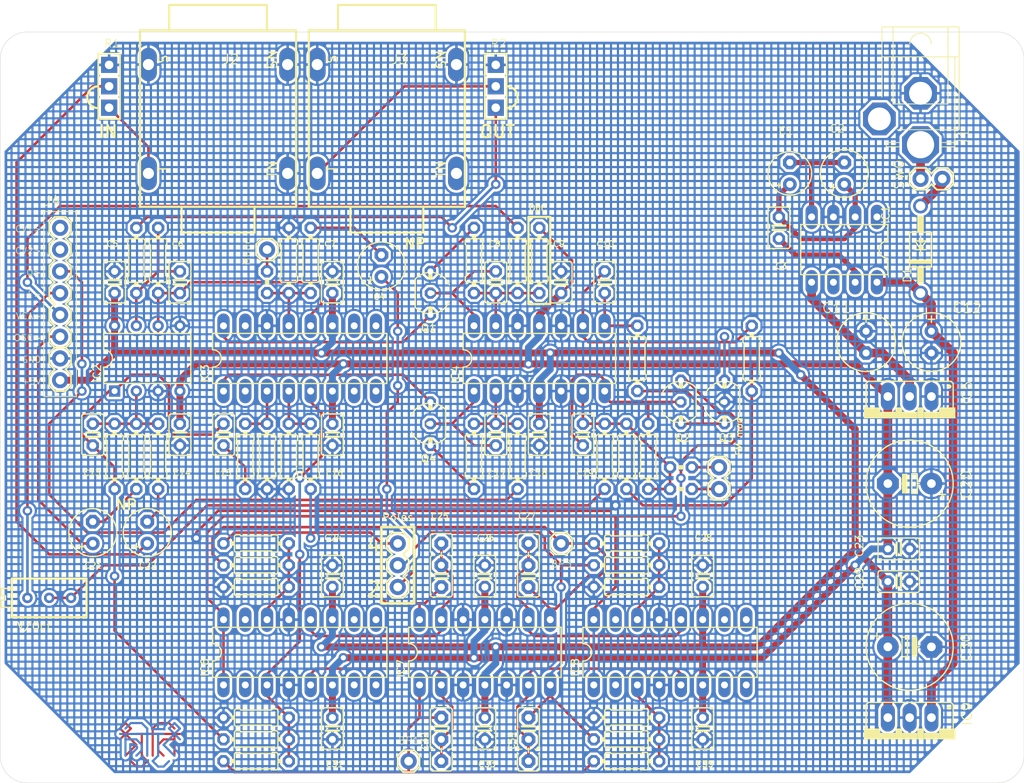
<source format=kicad_pcb>
(kicad_pcb (version 20240108) (generator "pcbnew") (generator_version "8.0")
  (layers (0 "F.Cu" signal) (31 "B.Cu" signal) (34 "B.Paste" user) (35 "F.Paste" user) (36 "B.SilkS" user "B.Silkscreen") (37 "F.SilkS" user "F.Silkscreen") (38 "B.Mask" user) (39 "F.Mask" user) (44 "Edge.Cuts" user))
  (net 0 "")
  (net 1 "GND")
  (net 2 "Net-(C1-Pad-)")
  (net 3 "Net-(C1-Pad+)")
  (net 4 "Net-(C3-Pad2)")
  (net 5 "Net-(C4-Pad-)")
  (net 6 "Net-(C4-Pad+)")
  (net 7 "Net-(IC2B-OUT)")
  (net 8 "Net-(IC2B--IN)")
  (net 9 "Net-(IC4D--IN)")
  (net 10 "Net-(IC4D-OUT)")
  (net 11 "Net-(IC4C--IN)")
  (net 12 "Net-(IC4C-OUT)")
  (net 13 "Net-(C11-Pad-)")
  (net 14 "Net-(C12-Pad+)")
  (net 15 "/MIX")
  (net 16 "Net-(IC2A--IN)")
  (net 17 "Net-(C15-Pad1)")
  (net 18 "Net-(IC4A--IN)")
  (net 19 "Net-(IC4A-OUT)")
  (net 20 "Net-(IC4B-OUT)")
  (net 21 "Net-(IC4B--IN)")
  (net 22 "Net-(C21-Pad-)")
  (net 23 "Net-(C21-Pad+)")
  (net 24 "Net-(C22-Pad-)")
  (net 25 "Net-(C22-Pad+)")
  (net 26 "Net-(IC6C-OUT)")
  (net 27 "/4P")
  (net 28 "Net-(IC7C--IN)")
  (net 29 "Net-(IC7C-OUT)")
  (net 30 "Net-(IC7A-OUT)")
  (net 31 "Net-(IC6A-OUT)")
  (net 32 "Net-(IC7B--IN)")
  (net 33 "/2P")
  (net 34 "Net-(D1-PadA)")
  (net 38 "Net-(IC3A-IN_N)")
  (net 40 "/I_GAIN")
  (net 42 "Net-(IC3A-IN_P)")
  (net 45 "/I_RESO")
  (net 46 "Net-(IC3C-IN_N)")
  (net 47 "VCC")
  (net 48 "Net-(IC3A-OUT)")
  (net 51 "/I_CUTOFF")
  (net 54 "VEE")
  (net 55 "Net-(IC6C-IN_P)")
  (net 61 "Net-(IC8C-IN_P)")
  (net 65 "Net-(IC8A-IN_P)")
  (net 68 "Net-(J1-Pad3)")
  (net 69 "Net-(J2-PadT)")
  (net 71 "Net-(J3-PadT)")
  (net 72 "Net-(R33-A)")
  (net 74 "Net-(J4-Pad2)")
  (net 75 "Net-(J4-Pad4)")
  (net 77 "Net-(J6-Pad1)")
  (net 78 "Net-(J6-Pad2)")
  (net 79 "Net-(JP1-Pad1)")
  (net 80 "Net-(Q1-E)")
  (net 81 "Net-(Q2-E)")
  (net 82 "Net-(Q4-E)")
  (net 83 "Net-(R2-PadE)")
  (net 84 "Net-(R33-E)")
  (footprint "Shruthi-Analog-SMR4-mkII-v02:DIL16" (layer "F.Cu") (at 166.916099 133.5736)
    (property "Reference" "IC8")
    (property "Value" "LM13700N")
  )
  (footprint "Shruthi-Analog-SMR4-mkII-v02:E5-10,5" (layer "F.Cu") (at 194.856099 132.9386)
    (property "Reference" "C30")
    (property "Value" "CPOL-USE5-10.5")
  )
  (footprint "Shruthi-Analog-SMR4-mkII-v02:E2,5-6" (layer "F.Cu") (at 133.261099 88.4886 90)
    (property "Reference" "C4")
    (property "Value" "CPOL-USE2.5-6")
  )
  (footprint "Shruthi-Analog-SMR4-mkII-v02:E5-10,5" (layer "F.Cu") (at 194.856099 113.8886 180)
    (property "Reference" "C20")
    (property "Value" "CPOL-USE5-10.5")
  )
  (footprint "Shruthi-Analog-SMR4-mkII-v02:E2,5-6" (layer "F.Cu") (at 187.236099 77.6936 90)
    (property "Reference" "C2")
    (property "Value" "CPOL-USE2.5-6")
  )
  (footprint "Shruthi-Analog-SMR4-mkII-v02:0204_7" (layer "F.Cu") (at 118.656099 141.1936)
    (property "Reference" "R34" (hide yes))
    (property "Value" "R-US_0204/7")
  )
  (footprint "Shruthi-Analog-SMR4-mkII-v02:DIL16" (layer "F.Cu") (at 123.736099 99.2836)
    (property "Reference" "IC3")
    (property "Value" "LM13700N")
  )
  (footprint "Shruthi-Analog-SMR4-mkII-v02:1X03" (layer "F.Cu") (at 135.166099 125.9536 90)
    (property "Reference" "JP3" (hide yes))
    (property "Value" "M03PTH")
  )
  (footprint "Shruthi-Analog-SMR4-mkII-v02:0204V" (layer "F.Cu") (at 168.186099 114.5236 180)
    (property "Reference" "R26" (hide yes))
    (property "Value" "R-US_0204/2V" (hide yes))
  )
  (footprint "Shruthi-Analog-SMR4-mkII-v02:SPC4078_BIG_HOLES" (layer "F.Cu") (at 196.126099 68.8036 -90)
    (property "Reference" "J1")
    (property "Value" "JACK-PLUG2")
  )
  (footprint "Shruthi-Analog-SMR4-mkII-v02:C025-025X050" (layer "F.Cu") (at 127.546099 108.1736 90)
    (property "Reference" "C16")
    (property "Value" "C-US025-025X050")
  )
  (footprint "Shruthi-Analog-SMR4-mkII-v02:0204_7" (layer "F.Cu") (at 144.056099 110.7136 -90)
    (property "Reference" "R20" (hide yes))
    (property "Value" "R-US_0204/7")
  )
  (footprint "Shruthi-Analog-SMR4-mkII-v02:TO92-" (layer "F.Cu") (at 173.266099 104.3636 90)
    (property "Reference" "Q3")
    (property "Value" "2N3906")
  )
  (footprint "Shruthi-Analog-SMR4-mkII-v02:C025-025X050" (layer "F.Cu") (at 114.846099 108.1736 90)
    (property "Reference" "C15")
    (property "Value" "C-US025-025X050")
  )
  (footprint "Shruthi-Analog-SMR4-mkII-v02:0204_7" (layer "F.Cu") (at 122.466099 110.7136 -90)
    (property "Reference" "R18" (hide yes))
    (property "Value" "R-US_0204/7")
  )
  (footprint "Shruthi-Analog-SMR4-mkII-v02:0204V" (layer "F.Cu") (at 168.186099 111.9836 180)
    (property "Reference" "R25" (hide yes))
    (property "Value" "R-US_0204/2V" (hide yes))
  )
  (footprint "Shruthi-Analog-SMR4-mkII-v02:0204_7" (layer "F.Cu") (at 125.006099 110.7136 -90)
    (property "Reference" "R19" (hide yes))
    (property "Value" "R-US_0204/7")
  )
  (footprint "Shruthi-Analog-SMR4-mkII-v02:TO92-" (layer "F.Cu") (at 138.976099 91.6636 -90)
    (property "Reference" "Q1")
    (property "Value" "2N3906")
  )
  (footprint "Shruthi-Analog-SMR4-mkII-v02:1X06" (layer "F.Cu") (at 95.796099 96.7436 90)
    (property "Reference" "J4")
    (property "Value" "M06SIP")
  )
  (footprint "Shruthi-Analog-SMR4-mkII-v02:C025-025X050" (layer "F.Cu") (at 146.596099 90.3936 90)
    (property "Reference" "C8")
    (property "Value" "C-US025-025X050")
  )
  (footprint "Shruthi-Analog-SMR4-mkII-v02:C2.5_5-2" (layer "F.Cu") (at 140.246099 142.4636 -90)
    (property "Reference" "C32")
    (property "Value" "C-2.5-5/2")
  )
  (footprint "Shruthi-Analog-SMR4-mkII-v02:C025-025X050" (layer "F.Cu") (at 99.606099 108.1736 -90)
    (property "Reference" "C13")
    (property "Value" "C-US025-025X050")
  )
  (footprint "Shruthi-Analog-SMR4-mkII-v02:1X02" (layer "F.Cu") (at 95.796099 99.2836 -90)
    (property "Reference" "J5" (hide yes))
    (property "Value" "M02PTH")
  )
  (footprint "Shruthi-Analog-SMR4-mkII-v02:0204_7" (layer "F.Cu") (at 164.376099 110.7136 90)
    (property "Reference" "R24" (hide yes))
    (property "Value" "R-US_0204/7")
  )
  (footprint "Shruthi-Analog-SMR4-mkII-v02:0204_7" (layer "F.Cu") (at 122.466099 87.8536 -90)
    (property "Reference" "R5" (hide yes))
    (property "Value" "R-US_0204/7")
  )
  (footprint "Shruthi-Analog-SMR4-mkII-v02:C2.5_5-2" (layer "F.Cu") (at 150.406099 124.6836 90)
    (property "Reference" "C27")
    (property "Value" "C-2.5-5/2")
  )
  (footprint "Shruthi-Analog-SMR4-mkII-v02:E2,5-5" (layer "F.Cu") (at 180.886099 77.6936 90)
    (property "Reference" "C1")
    (property "Value" "CPOL-USE2.5-5")
  )
  (footprint "Shruthi-Analog-SMR4-mkII-v02:0204_7" (layer "F.Cu") (at 176.441099 99.2836 90)
    (property "Reference" "R12" (hide yes))
    (property "Value" "R-US_0204/7")
  )
  (footprint "Shruthi-Analog-SMR4-mkII-v02:E2,5-6" (layer "F.Cu") (at 105.956099 119.6036 90)
    (property "Reference" "C22")
    (property "Value" "CPOL-USE2.5-6")
  )
  (footprint "Shruthi-Analog-SMR4-mkII-v02:0204_7" (layer "F.Cu") (at 149.136099 110.7136 90)
    (property "Reference" "R21" (hide yes))
    (property "Value" "R-US_0204/7")
  )
  (footprint "Shruthi-Analog-SMR4-mkII-v02:E2,5-6" (layer "F.Cu") (at 99.606099 119.6036 90)
    (property "Reference" "C21")
    (property "Value" "CPOL-USE2.5-6")
  )
  (footprint "Shruthi-Analog-SMR4-mkII-v02:E2,5-7" (layer "F.Cu") (at 189.776099 97.3786 -90)
    (property "Reference" "C11")
    (property "Value" "CPOL-USE2.5-7")
  )
  (footprint "Shruthi-Analog-SMR4-mkII-v02:NMJ4HC-S" (layer "F.Cu") (at 114.211099 70.0736 90)
    (property "Reference" "J2")
    (property "Value" "MONOSWS" (hide yes))
  )
  (footprint "Shruthi-Analog-SMR4-mkII-v02:0204_7" (layer "F.Cu") (at 118.656099 125.9536)
    (property "Reference" "R31" (hide yes))
    (property "Value" "R-US_0204/7")
  )
  (footprint "Shruthi-Analog-SMR4-mkII-v02:C2.5_5-2" (layer "F.Cu") (at 140.246099 124.6836 90)
    (property "Reference" "C25")
    (property "Value" "C-2.5-5/2")
  )
  (footprint "Shruthi-Analog-SMR4-mkII-v02:CABLE_POT_6MM" (layer "F.Cu") (at 101.511099 67.5336 -90)
    (property "Reference" "R1")
    (property "Value" "POT_USCABLED" (hide yes))
  )
  (footprint "Shruthi-Analog-SMR4-mkII-v02:E2,5-7" (layer "F.Cu") (at 197.396099 97.3786 -90)
    (property "Reference" "C12")
    (property "Value" "CPOL-USE2.5-7")
  )
  (footprint "Shruthi-Analog-SMR4-mkII-v02:0204_7" (layer "F.Cu") (at 144.056099 87.8536 90)
    (property "Reference" "R7" (hide yes))
    (property "Value" "R-US_0204/7")
  )
  (footprint "Shruthi-Analog-SMR4-mkII-v02:0204_7" (layer "F.Cu") (at 161.836099 141.1936)
    (property "Reference" "R35" (hide yes))
    (property "Value" "R-US_0204/7")
  )
  (footprint "Shruthi-Analog-SMR4-mkII-v02:C025-025X050" (layer "F.Cu") (at 179.616099 84.0436 -90)
    (property "Reference" "C3")
    (property "Value" "C-US025-025X050")
  )
  (footprint "Shruthi-Analog-SMR4-mkII-v02:TO92-" (layer "F.Cu") (at 138.976099 106.9036 90)
    (property "Reference" "Q4")
    (property "Value" "2N3906")
  )
  (footprint "Shruthi-Analog-SMR4-mkII-v02:C025-025X050" (layer "F.Cu") (at 102.146099 90.3936 90)
    (property "Reference" "C5")
    (property "Value" "C-US025-025X050")
  )
  (footprint "Shruthi-Analog-SMR4-mkII-v02:1X01" (layer "F.Cu") (at 119.926099 86.5836)
    (property "Reference" "JP1" (hide yes))
    (property "Value" "M01PTH" (hide yes))
  )
  (footprint "Shruthi-Analog-SMR4-mkII-v02:0204_7" (layer "F.Cu") (at 163.106099 99.2836 -90)
    (property "Reference" "R11" (hide yes))
    (property "Value" "R-US_0204/7")
  )
  (footprint "Shruthi-Analog-SMR4-mkII-v02:0204_7" (layer "F.Cu") (at 149.136099 87.8536 -90)
    (property "Reference" "R8" (hide yes))
    (property "Value" "R-US_0204/7")
  )
  (footprint "Shruthi-Analog-SMR4-mkII-v02:C025-025X050" (layer "F.Cu") (at 193.586099 121.5086 180)
    (property "Reference" "C23")
    (property "Value" "C-US025-025X050")
  )
  (footprint "Shruthi-Analog-SMR4-mkII-v02:0204_7" (layer "F.Cu") (at 125.006099 87.8536 90)
    (property "Reference" "R6" (hide yes))
    (property "Value" "R-US_0204/7")
  )
  (footprint "Shruthi-Analog-SMR4-mkII-v02:RTRIM3296X" (layer "F.Cu") (at 94.526099 127.2236 90)
    (property "Reference" "R33" (hide yes))
    (property "Value" "R-TRIMM3296X")
  )
  (footprint "Shruthi-Analog-SMR4-mkII-v02:0204_7" (layer "F.Cu") (at 161.836099 146.2736)
    (property "Reference" "R39" (hide yes))
    (property "Value" "R-US_0204/7")
  )
  (footprint "Shruthi-Analog-SMR4-mkII-v02:0204_7" (layer "F.Cu") (at 102.146099 110.7136 -90)
    (property "Reference" "R13" (hide yes))
    (property "Value" "R-US_0204/7")
  )
  (footprint "Shruthi-Analog-SMR4-mkII-v02:1X01" (layer "F.Cu") (at 136.436099 146.2736)
    (property "Reference" "JP4" (hide yes))
    (property "Value" "M01PTH" (hide yes))
  )
  (footprint "Shruthi-Analog-SMR4-mkII-v02:1X02" (layer "F.Cu") (at 172.631099 114.5236 90)
    (property "Reference" "J6" (hide yes))
    (property "Value" "M02PTH")
  )
  (footprint "Shruthi-Analog-SMR4-mkII-v02:0204_7" (layer "F.Cu") (at 161.836099 123.4136)
    (property "Reference" "R30" (hide yes))
    (property "Value" "R-US_0204/7")
  )
  (footprint "Shruthi-Analog-SMR4-mkII-v02:DIL14" (layer "F.Cu") (at 151.676099 99.2836)
    (property "Reference" "IC4")
    (property "Value" "TL074P")
  )
  (footprint "Shruthi-Analog-SMR4-mkII-v02:0204_7" (layer "F.Cu") (at 104.686099 87.8536 -90)
    (property "Reference" "R3" (hide yes))
    (property "Value" "R-US_0204/7")
  )
  (footprint "Shruthi-Analog-SMR4-mkII-v02:0204_7" (layer "F.Cu") (at 107.226099 110.7136 90)
    (property "Reference" "R15" (hide yes))
    (property "Value" "R-US_0204/7")
  )
  (footprint "Shruthi-Analog-SMR4-mkII-v02:0204_7" (layer "F.Cu") (at 104.686099 110.7136 90)
    (property "Reference" "R14" (hide yes))
    (property "Value" "R-US_0204/7")
  )
  (footprint "Shruthi-Analog-SMR4-mkII-v02:0204_7" (layer "F.Cu") (at 119.926099 110.7136 90)
    (property "Reference" "R17" (hide yes))
    (property "Value" "R-US_0204/7")
  )
  (footprint "Shruthi-Analog-SMR4-mkII-v02:C025-025X050" (layer "F.Cu") (at 159.296099 90.3936 90)
    (property "Reference" "C10")
    (property "Value" "C-US025-025X050")
  )
  (footprint "Shruthi-Analog-SMR4-mkII-v02:0204_7" (layer "F.Cu") (at 161.836099 143.7336 180)
    (property "Reference" "R37" (hide yes))
    (property "Value" "R-US_0204/7")
  )
  (footprint "Shruthi-Analog-SMR4-mkII-v02:0204_7" (layer "F.Cu") (at 107.226099 87.8536 -90)
    (property "Reference" "R4" (hide yes))
    (property "Value" "R-US_0204/7")
  )
  (footprint "Shruthi-Analog-SMR4-mkII-v02:C025-025X050" (layer "F.Cu") (at 170.726099 124.6836 90)
    (property "Reference" "C28")
    (property "Value" "C-US025-025X050")
  )
  (footprint "Shruthi-Analog-SMR4-mkII-v02:C025-025X050" (layer "F.Cu") (at 145.326099 142.4636 -90)
    (property "Reference" "C33")
    (property "Value" "C-US025-025X050")
  )
  (footprint "Shruthi-Analog-SMR4-mkII-v02:C025-025X050" (layer "F.Cu") (at 151.676099 108.1736 -90)
    (property "Reference" "C18")
    (property "Value" "C-US025-025X050")
  )
  (footprint "Shruthi-Analog-SMR4-mkII-v02:1X02" (layer "F.Cu") (at 196.126099 78.3286)
    (property "Reference" "SW0")
    (property "Value" "M02PTH")
  )
  (footprint "Shruthi-Analog-SMR4-mkII-v02:C025-025X050" (layer "F.Cu") (at 109.766099 90.3936 90)
    (property "Reference" "C6")
    (property "Value" "C-US025-025X050")
  )
  (footprint "Shruthi-Analog-SMR4-mkII-v02:C2.5_5-2" (layer "F.Cu") (at 150.406099 142.4636 -90)
    (property "Reference" "C34")
    (property "Value" "C-2.5-5/2")
  )
  (footprint "Shruthi-Analog-SMR4-mkII-v02:C025-025X050" (layer "F.Cu") (at 109.766099 108.1736 90)
    (property "Reference" "C14")
    (property "Value" "C-US025-025X050")
  )
  (footprint "Shruthi-Analog-SMR4-mkII-v02:C025-025X050" (layer "F.Cu") (at 170.726099 142.4636 90)
    (property "Reference" "C35")
    (property "Value" "C-US025-025X050")
  )
  (footprint "Shruthi-Analog-SMR4-mkII-v02:C025-025X050" (layer "F.Cu") (at 146.596099 108.1736 -90)
    (property "Reference" "C17")
    (property "Value" "C-US025-025X050")
  )
  (footprint "Shruthi-Analog-SMR4-mkII-v02:TO92-" (layer "F.Cu") (at 168.186099 104.3636 90)
    (property "Reference" "Q2")
    (property "Value" "2N3906" (hide yes))
  )
  (footprint "Shruthi-Analog-SMR4-mkII-v02:DO41-10" (layer "F.Cu") (at 196.126099 86.5836 90)
    (property "Reference" "D1")
    (property "Value" "1N4001")
  )
  (footprint "Shruthi-Analog-SMR4-mkII-v02:0204_7" (layer "F.Cu") (at 161.836099 125.9536)
    (property "Reference" "R32" (hide yes))
    (property "Value" "R-US_0204/7")
  )
  (footprint "Shruthi-Analog-SMR4-mkII-v02:C025-025X050" (layer "F.Cu") (at 156.756099 108.1736 -90)
    (property "Reference" "C19")
    (property "Value" "C-US025-025X050")
  )
  (footprint "Shruthi-Analog-SMR4-mkII-v02:C025-025X050" (layer "F.Cu") (at 145.326099 124.6836 -90)
    (property "Reference" "C26")
    (property "Value" "C-US025-025X050")
  )
  (footprint "Shruthi-Analog-SMR4-mkII-v02:C025-025X050" (layer "F.Cu") (at 127.546099 90.3936 90)
    (property "Reference" "C7")
    (property "Value" "C-US025-025X050")
  )
  (footprint "Shruthi-Analog-SMR4-mkII-v02:C025-025X050" (layer "F.Cu") (at 154.216099 90.3936 -90)
    (property "Reference" "C9")
    (property "Value" "C-US025-025X050")
  )
  (footprint "Shruthi-Analog-SMR4-mkII-v02:0204_7" (layer "F.Cu") (at 118.656099 123.4136)
    (property "Reference" "R29" (hide yes))
    (property "Value" "R-US_0204/7")
  )
  (footprint "Shruthi-Analog-SMR4-mkII-v02:C025-025X050" (layer "F.Cu") (at 193.586099 125.3186)
    (property "Reference" "C29")
    (property "Value" "C-US025-025X050")
  )
  (footprint "Shruthi-Analog-SMR4-mkII-v02:DIL16" (layer "F.Cu") (at 123.736099 133.5736)
    (property "Reference" "IC6")
    (property "Value" "LM13700N")
  )
  (footprint "Shruthi-Analog-SMR4-mkII-v02:79XXS" (layer "F.Cu") (at 194.856099 106.2686 180)
    (property "Reference" "IC5")
    (property "Value" "79XXS")
  )
  (footprint "Shruthi-Analog-SMR4-mkII-v02:0204_7" (layer "F.Cu") (at 117.386099 110.7136 -90)
    (property "Reference" "R16" (hide yes))
    (property "Value" "R-US_0204/7")
  )
  (footprint "Shruthi-Analog-SMR4-mkII-v02:C025-025X050" (layer "F.Cu") (at 127.546099 124.6836 90)
    (property "Reference" "C24")
    (property "Value" "C-US025-025X050")
  )
  (footprint "Shruthi-Analog-SMR4-mkII-v02:0204_7" (layer "F.Cu") (at 151.676099 87.8536 -90)
    (property "Reference" "R9" (hide yes))
    (property "Value" "R-US_0204/7")
  )
  (footprint "Shruthi-Analog-SMR4-mkII-v02:0204_7" (layer "F.Cu") (at 118.656099 120.8736 180)
    (property "Reference" "R27" (hide yes))
    (property "Value" "R-US_0204/7")
  )
  (footprint "Shruthi-Analog-SMR4-mkII-v02:NMJ4HC-S" (layer "F.Cu") (at 133.896099 70.0736 90)
    (property "Reference" "J3")
    (property "Value" "MONOSWS" (hide yes))
  )
  (footprint "Shruthi-Analog-SMR4-mkII-v02:DIL08" (layer "F.Cu") (at 105.956099 99.2836)
    (property "Reference" "IC2")
    (property "Value" "TL072P")
  )
  (footprint "Shruthi-Analog-SMR4-mkII-v02:DIL08" (layer "F.Cu") (at 187.236099 86.5836 180)
    (property "Reference" "IC1")
    (property "Value" "DIL8")
  )
  (footprint "Shruthi-Analog-SMR4-mkII-v02:1X01" (layer "F.Cu") (at 154.216099 120.8736)
    (property "Reference" "JP2" (hide yes))
    (property "Value" "M01PTH" (hide yes))
  )
  (footprint "Shruthi-Analog-SMR4-mkII-v02:C025-025X050" (layer "F.Cu") (at 127.546099 142.4636 90)
    (property "Reference" "C31")
    (property "Value" "C-US025-025X050")
  )
  (footprint "Shruthi-Analog-SMR4-mkII-v02:0204_7" (layer "F.Cu") (at 118.656099 143.7336)
    (property "Reference" "R36" (hide yes))
    (property "Value" "R-US_0204/7")
  )
  (footprint "Shruthi-Analog-SMR4-mkII-v02:78XXS" (layer "F.Cu") (at 194.856099 143.7336 180)
    (property "Reference" "IC9")
    (property "Value" "78XXS")
  )
  (footprint "Shruthi-Analog-SMR4-mkII-v02:0204_7" (layer "F.Cu") (at 161.836099 120.8736 180)
    (property "Reference" "R28" (hide yes))
    (property "Value" "R-US_0204/7")
  )
  (footprint "Shruthi-Analog-SMR4-mkII-v02:0204_7" (layer "F.Cu") (at 161.836099 110.7136 90)
    (property "Reference" "R23" (hide yes))
    (property "Value" "R-US_0204/7")
  )
  (footprint "Shruthi-Analog-SMR4-mkII-v02:0204_7" (layer "F.Cu") (at 118.656099 146.2736 180)
    (property "Reference" "R38" (hide yes))
    (property "Value" "R-US_0204/7")
  )
  (footprint "Shruthi-Analog-SMR4-mkII-v02:DIL14" (layer "F.Cu") (at 145.326099 133.5736)
    (property "Reference" "IC7")
    (property "Value" "TL074P")
  )
  (footprint "Shruthi-Analog-SMR4-mkII-v02:0204_7" (layer "F.Cu") (at 159.296099 110.7136 90)
    (property "Reference" "R22" (hide yes))
    (property "Value" "R-US_0204/7")
  )
  (footprint "Shruthi-Analog-SMR4-mkII-v02:CABLE_POT_6MM" (layer "F.Cu") (at 146.596099 67.5336 -90)
    (property "Reference" "R2")
    (property "Value" "POT_USCABLED" (hide yes))
  )
  (footprint "Shruthi-Analog-SMR4-mkII-v02:0204V" (layer "F.Cu") (at 119.926099 90.3936 -90)
    (property "Reference" "R10" (hide yes))
    (property "Value" "R-US_0204/2V" (hide yes))
  )
  (gr_arc (start 147.866099 67.5336) (mid 148.764125 67.905574) (end 149.136099 68.8036) (stroke (width 0.254)) (layer "F.SilkS"))
  (gr_arc (start 100.241099 70.0736) (mid 99.343073 69.701626) (end 98.971099 68.8036) (stroke (width 0.254)) (layer "F.SilkS"))
  (gr_line (start 150.406099 82.7736) (end 150.406099 92.9336) (stroke (width 0.254)) (layer "F.SilkS"))
  (gr_line (start 137.071099 118.9686) (end 133.261099 118.9686) (stroke (width 0.3048)) (layer "F.SilkS"))
  (gr_line (start 133.261099 127.8586) (end 137.071099 127.8586) (stroke (width 0.3048)) (layer "F.SilkS"))
  (gr_line (start 137.071099 127.8586) (end 137.071099 118.9686) (stroke (width 0.3048)) (layer "F.SilkS"))
  (gr_line (start 97.701099 103.7286) (end 93.891099 103.7286) (stroke (width 0.1016)) (layer "F.SilkS"))
  (gr_arc (start 149.136099 68.8036) (mid 148.764125 69.701626) (end 147.866099 70.0736) (stroke (width 0.254)) (layer "F.SilkS"))
  (gr_line (start 97.701099 82.1386) (end 97.701099 103.7286) (stroke (width 0.1016)) (layer "F.SilkS"))
  (gr_line (start 133.261099 118.9686) (end 133.261099 127.8586) (stroke (width 0.3048)) (layer "F.SilkS"))
  (gr_line (start 150.406099 92.9336) (end 152.946099 92.9336) (stroke (width 0.254)) (layer "F.SilkS"))
  (gr_arc (start 98.971099 68.8036) (mid 99.343073 67.905574) (end 100.241099 67.5336) (stroke (width 0.254)) (layer "F.SilkS"))
  (gr_line (start 152.946099 92.9336) (end 152.946099 82.7736) (stroke (width 0.254)) (layer "F.SilkS"))
  (gr_line (start 93.891099 82.1386) (end 97.701099 82.1386) (stroke (width 0.1016)) (layer "F.SilkS"))
  (gr_line (start 152.946099 82.7736) (end 150.406099 82.7736) (stroke (width 0.254)) (layer "F.SilkS"))
  (gr_line (start 93.891099 103.7286) (end 93.891099 82.1386) (stroke (width 0.1016)) (layer "F.SilkS"))
  (gr_line (start 205.026099 61.1936) (end 91.976099 61.1936) (stroke (width 0.05)) (layer "Edge.Cuts"))
  (gr_arc (start 88.811099 64.3586) (mid 89.738106 62.120607) (end 91.976099 61.1936) (stroke (width 0.05)) (layer "Edge.Cuts"))
  (gr_line (start 88.811099 64.3586) (end 88.811099 145.6386) (stroke (width 0.05)) (layer "Edge.Cuts"))
  (gr_line (start 91.986099 148.8136) (end 205.016099 148.8136) (stroke (width 0.05)) (layer "Edge.Cuts"))
  (gr_arc (start 208.1911 145.638599) (mid 207.261164 147.883664) (end 205.016099 148.8136) (stroke (width 0.05)) (layer "Edge.Cuts"))
  (gr_arc (start 205.026099 61.1936) (mid 207.264092 62.120607) (end 208.191099 64.3586) (stroke (width 0.05)) (layer "Edge.Cuts"))
  (gr_line (start 208.191099 145.6386) (end 208.191099 64.3586) (stroke (width 0.05)) (layer "Edge.Cuts"))
  (gr_arc (start 91.9861 148.813599) (mid 89.741036 147.883664) (end 88.811099 145.6386) (stroke (width 0.05)) (layer "Edge.Cuts"))
  (gr_text "F>" (at 91.974013 91.3588 0) (layer "F.SilkS") (effects (font (size 0.747776 0.747776) (thickness 0.065024)) (justify left top)))
  (gr_text "NP" (at 135.801099 86.5836 0) (layer "F.SilkS") (effects (font (size 1.20904 1.20904) (thickness 0.21336)) (justify left bottom)))
  (gr_text "+5V" (at 91.261845 101.5188 0) (layer "F.SilkS") (effects (font (size 0.747776 0.747776) (thickness 0.065024)) (justify left top)))
  (gr_text "OUT" (at 144.59545 71.9786 0) (layer "F.SilkS") (effects (font (size 1.42494 1.42494) (thickness 0.25146)) (justify left top)))
  (gr_text "Mode" (at 118.021099 88.4886 90) (layer "F.SilkS") (effects (font (size 0.841248 0.841248) (thickness 0.073152)) (justify left bottom)))
  (gr_text "4" (at 131.356099 122.1436 0) (layer "F.SilkS") (effects (font (size 1.698752 1.698752) (thickness 0.231648)) (justify left bottom)))
  (gr_text "CV2>" (at 90.514069 86.2788 0) (layer "F.SilkS") (effects (font (size 0.747776 0.747776) (thickness 0.065024)) (justify left top)))
  (gr_text "IN" (at 100.14037 71.9786 0) (layer "F.SilkS") (effects (font (size 1.42494 1.42494) (thickness 0.25146)) (justify left top)))
  (gr_text "V/Oct" (at 90.716099 131.0336 0) (layer "F.SilkS") (effects (font (size 0.89408 0.89408) (thickness 0.12192)) (justify left bottom)))
  (gr_text "Q>" (at 91.83158 88.8188 0) (layer "F.SilkS") (effects (font (size 0.747776 0.747776) (thickness 0.065024)) (justify left top)))
  (gr_text "GND" (at 91.261846 98.9788 0) (layer "F.SilkS") (effects (font (size 0.747776 0.747776) (thickness 0.065024)) (justify left top)))
  (gr_text "BP1" (at 135.166099 144.3686 0) (layer "F.SilkS") (effects (font (size 0.841248 0.841248) (thickness 0.073152)) (justify left bottom)))
  (gr_text "FM mod" (at 174.536099 110.7136 90) (layer "F.SilkS") (effects (font (size 0.75565 0.75565) (thickness 0.13335)) (justify left top)))
  (gr_text "NP" (at 102.146099 117.0636 0) (layer "F.SilkS") (effects (font (size 1.20904 1.20904) (thickness 0.21336)) (justify left bottom)))
  (gr_text "VCA>" (at 90.585286 93.8988 0) (layer "F.SilkS") (effects (font (size 0.747776 0.747776) (thickness 0.065024)) (justify left top)))
  (gr_text "Poles" (at 133.261099 118.3336 0) (layer "F.SilkS") (effects (font (size 0.89408 0.89408) (thickness 0.12192)) (justify left bottom)))
  (gr_text "OSC>" (at 90.371636 96.4388 0) (layer "F.SilkS") (effects (font (size 0.747776 0.747776) (thickness 0.065024)) (justify left top)))
  (gr_text "2" (at 131.356099 127.2236 0) (layer "F.SilkS") (effects (font (size 1.698752 1.698752) (thickness 0.231648)) (justify left bottom)))
  (gr_text "CV1>" (at 90.514069 83.7388 0) (layer "F.SilkS") (effects (font (size 0.747776 0.747776) (thickness 0.065024)) (justify left top)))
  (gr_text "BP3" (at 152.951208 122.7786 0) (layer "F.SilkS") (effects (font (size 0.841248 0.841248) (thickness 0.073152)) (justify left top)))
  (gr_text "Opt." (at 150.406099 82.1386 0) (layer "F.SilkS") (effects (font (size 0.69088 0.69088) (thickness 0.12192)) (justify left bottom)))
  (segment (start 105.321099 145.6386) (end 105.321099 143.0986) (width 0.254) (layer "F.Cu") (net 0))
  (segment (start 102.781099 143.7336) (end 104.051099 142.4636) (width 0.254) (layer "F.Cu") (net 0))
  (segment (start 105.321099 143.0986) (end 106.591099 143.0986) (width 0.254) (layer "F.Cu") (net 0))
  (segment (start 109.131099 143.0986) (end 109.766099 143.0986) (width 0.254) (layer "F.Cu") (net 0))
  (segment (start 107.226099 145.0036) (end 107.861099 145.6386) (width 0.254) (layer "F.Cu") (net 0))
  (segment (start 106.591099 143.0986) (end 109.131099 143.0986) (width 0.254) (layer "F.Cu") (net 0))
  (segment (start 106.591099 142.4636) (end 107.226099 141.8286) (width 0.254) (layer "F.Cu") (net 0))
  (segment (start 104.686099 144.3686) (end 103.416099 145.6386) (width 0.254) (layer "F.Cu") (net 0))
  (segment (start 104.686099 146.9086) (end 105.321099 146.9086) (width 0.254) (layer "F.Cu") (net 0))
  (segment (start 104.051099 146.2736) (end 104.686099 146.9086) (width 0.254) (layer "F.Cu") (net 0))
  (segment (start 107.226099 144.3686) (end 107.226099 145.0036) (width 0.254) (layer "F.Cu") (net 0))
  (segment (start 107.861099 143.7336) (end 107.226099 144.3686) (width 0.254) (layer "F.Cu") (net 0))
  (segment (start 105.956099 146.2736) (end 105.321099 145.6386) (width 0.254) (layer "F.Cu") (net 0))
  (segment (start 108.496099 141.8286) (end 109.131099 142.4636) (width 0.254) (layer "F.Cu") (net 0))
  (segment (start 105.321099 146.9086) (end 105.956099 146.2736) (width 0.254) (layer "F.Cu") (net 0))
  (segment (start 106.591099 143.0986) (end 106.591099 142.4636) (width 0.254) (layer "F.Cu") (net 0))
  (segment (start 109.131099 143.7336) (end 109.131099 145.6386) (width 0.254) (layer "F.Cu") (net 0))
  (segment (start 102.781099 142.4636) (end 104.686099 144.3686) (width 0.254) (layer "F.Cu") (net 0))
  (segment (start 105.321099 143.0986) (end 104.686099 143.0986) (width 0.254) (layer "F.Cu") (net 0))
  (segment (start 103.416099 141.8286) (end 102.781099 142.4636) (width 0.254) (layer "F.Cu") (net 0))
  (segment (start 107.226099 141.8286) (end 108.496099 141.8286) (width 0.254) (layer "F.Cu") (net 0))
  (segment (start 104.051099 142.4636) (end 103.416099 141.8286) (width 0.254) (layer "F.Cu") (net 0))
  (segment (start 109.131099 143.0986) (end 109.131099 143.7336) (width 0.254) (layer "F.Cu") (net 0))
  (segment (start 109.131099 143.7336) (end 107.861099 143.7336) (width 0.254) (layer "F.Cu") (net 0))
  (segment (start 106.591099 143.0986) (end 106.591099 145.6386) (width 0.254) (layer "F.Cu") (net 0))
  (segment (start 104.686099 143.7336) (end 105.321099 144.3686) (width 0.254) (layer "B.Cu") (net 0))
  (segment (start 106.591099 146.2736) (end 107.226099 146.9086) (width 0.254) (layer "B.Cu") (net 0))
  (segment (start 102.781099 143.0986) (end 103.416099 143.0986) (width 0.254) (layer "B.Cu") (net 0))
  (segment (start 105.956099 142.4636) (end 105.321099 141.8286) (width 0.254) (layer "B.Cu") (net 0))
  (segment (start 105.956099 143.0986) (end 107.226099 143.0986) (width 0.254) (layer "B.Cu") (net 0))
  (segment (start 108.496099 142.4636) (end 109.766099 143.7336) (width 0.254) (layer "B.Cu") (net 0))
  (segment (start 107.226099 143.0986) (end 107.226099 145.6386) (width 0.254) (layer "B.Cu") (net 0))
  (segment (start 103.416099 143.7336) (end 103.416099 145.6386) (width 0.254) (layer "B.Cu") (net 0))
  (segment (start 107.226099 146.9086) (end 107.861099 146.9086) (width 0.254) (layer "B.Cu") (net 0))
  (segment (start 105.956099 143.0986) (end 105.956099 145.6386) (width 0.254) (layer "B.Cu") (net 0))
  (segment (start 105.956099 143.0986) (end 105.956099 142.4636) (width 0.254) (layer "B.Cu") (net 0))
  (segment (start 109.766099 142.4636) (end 109.131099 141.8286) (width 0.254) (layer "B.Cu") (net 0))
  (segment (start 105.321099 141.8286) (end 104.051099 141.8286) (width 0.254) (layer "B.Cu") (net 0))
  (segment (start 107.226099 145.6386) (end 106.591099 146.2736) (width 0.254) (layer "B.Cu") (net 0))
  (segment (start 103.416099 143.0986) (end 105.956099 143.0986) (width 0.254) (layer "B.Cu") (net 0))
  (segment (start 107.861099 144.3686) (end 109.766099 142.4636) (width 0.254) (layer "B.Cu") (net 0))
  (segment (start 104.051099 141.8286) (end 103.416099 142.4636) (width 0.254) (layer "B.Cu") (net 0))
  (segment (start 103.416099 143.7336) (end 104.686099 143.7336) (width 0.254) (layer "B.Cu") (net 0))
  (segment (start 109.131099 141.8286) (end 108.496099 142.4636) (width 0.254) (layer "B.Cu") (net 0))
  (segment (start 107.861099 144.3686) (end 109.131099 145.6386) (width 0.254) (layer "B.Cu") (net 0))
  (segment (start 107.861099 146.9086) (end 108.496099 146.2736) (width 0.254) (layer "B.Cu") (net 0))
  (segment (start 107.226099 143.0986) (end 107.861099 143.0986) (width 0.254) (layer "B.Cu") (net 0))
  (segment (start 103.416099 143.0986) (end 103.416099 143.7336) (width 0.254) (layer "B.Cu") (net 0))
  (segment (start 105.321099 145.0036) (end 104.686099 145.6386) (width 0.254) (layer "B.Cu") (net 0))
  (segment (start 105.321099 144.3686) (end 105.321099 145.0036) (width 0.254) (layer "B.Cu") (net 0))
  (segment (start 159.931099 117.0636) (end 160.566099 116.4286) (width 0.3048) (layer "F.Cu") (net 1))
  (segment (start 111.671099 119.6036) (end 114.211099 117.0636) (width 0.3048) (layer "F.Cu") (net 1))
  (segment (start 114.211099 117.0636) (end 159.931099 117.0636) (width 0.3048) (layer "F.Cu") (net 1))
  (segment (start 111.671099 120.2386) (end 111.671099 119.6036) (width 0.3048) (layer "F.Cu") (net 1))
  (via (at 111.671099 120.2386) (size 1.108) (drill 0.6) (layers "F.Cu" "B.Cu") (net 1))
  (via (at 160.566099 116.4286) (size 1.108) (drill 0.6) (layers "F.Cu" "B.Cu") (net 1))
  (segment (start 183.426099 76.4236) (end 180.886099 76.4236) (width 0.6096) (layer "F.Cu") (net 2))
  (segment (start 183.426099 82.7736) (end 183.426099 76.4236) (width 0.6096) (layer "F.Cu") (net 2))
  (segment (start 183.426099 76.4236) (end 187.236099 76.4236) (width 0.6096) (layer "F.Cu") (net 2))
  (segment (start 188.506099 80.2336) (end 187.236099 78.9636) (width 0.6096) (layer "F.Cu") (net 3))
  (segment (start 188.506099 82.7736) (end 188.506099 80.2336) (width 0.6096) (layer "F.Cu") (net 3))
  (segment (start 182.156099 85.3136) (end 187.236099 85.3136) (width 0.6096) (layer "F.Cu") (net 3))
  (segment (start 179.616099 80.2336) (end 180.886099 78.9636) (width 0.6096) (layer "F.Cu") (net 3))
  (segment (start 179.616099 82.7736) (end 182.156099 85.3136) (width 0.6096) (layer "F.Cu") (net 3))
  (segment (start 179.616099 82.7736) (end 179.616099 80.2336) (width 0.6096) (layer "F.Cu") (net 3))
  (segment (start 188.506099 84.0436) (end 188.506099 82.7736) (width 0.6096) (layer "F.Cu") (net 3))
  (segment (start 187.236099 85.3136) (end 188.506099 84.0436) (width 0.6096) (layer "F.Cu") (net 3))
  (segment (start 181.521099 87.2186) (end 186.601099 87.2186) (width 0.6096) (layer "F.Cu") (net 4))
  (segment (start 181.521099 87.2186) (end 179.616099 85.3136) (width 0.6096) (layer "F.Cu") (net 4))
  (segment (start 186.601099 87.2186) (end 188.506099 89.1236) (width 0.6096) (layer "F.Cu") (net 4))
  (segment (start 188.506099 89.1236) (end 188.506099 90.3936) (width 0.6096) (layer "F.Cu") (net 4))
  (segment (start 130.086099 84.0436) (end 133.261099 87.2186) (width 0.3048) (layer "F.Cu") (net 5))
  (segment (start 125.006099 84.0436) (end 130.086099 84.0436) (width 0.3048) (layer "F.Cu") (net 5))
  (segment (start 135.166099 104.3636) (end 135.166099 102.4586) (width 0.3048) (layer "F.Cu") (net 6))
  (segment (start 135.166099 96.1086) (end 135.166099 91.6636) (width 0.3048) (layer "F.Cu") (net 6))
  (segment (start 135.166099 91.6636) (end 133.261099 89.7586) (width 0.3048) (layer "F.Cu") (net 6))
  (segment (start 133.896099 114.5236) (end 133.896099 105.6336) (width 0.3048) (layer "F.Cu") (net 6))
  (segment (start 133.896099 105.6336) (end 135.166099 104.3636) (width 0.3048) (layer "F.Cu") (net 6))
  (via (at 135.166099 96.1086) (size 1.108) (drill 0.6) (layers "F.Cu" "B.Cu") (net 6))
  (via (at 135.166099 102.4586) (size 1.108) (drill 0.6) (layers "F.Cu" "B.Cu") (net 6))
  (via (at 133.896099 114.5236) (size 1.108) (drill 0.6) (layers "F.Cu" "B.Cu") (net 6))
  (segment (start 137.071099 120.2386) (end 133.896099 117.0636) (width 0.3048) (layer "B.Cu") (net 6))
  (segment (start 135.166099 102.4586) (end 135.166099 96.1086) (width 0.3048) (layer "B.Cu") (net 6))
  (segment (start 135.166099 123.4136) (end 135.801099 123.4136) (width 0.3048) (layer "B.Cu") (net 6))
  (segment (start 133.896099 117.0636) (end 133.896099 114.5236) (width 0.3048) (layer "B.Cu") (net 6))
  (segment (start 135.801099 123.4136) (end 137.071099 122.1436) (width 0.3048) (layer "B.Cu") (net 6))
  (segment (start 137.071099 122.1436) (end 137.071099 120.2386) (width 0.3048) (layer "B.Cu") (net 6))
  (segment (start 104.686099 95.4736) (end 104.686099 91.6636) (width 0.3048) (layer "F.Cu") (net 7))
  (segment (start 107.226099 89.1236) (end 107.226099 84.0436) (width 0.3048) (layer "F.Cu") (net 7))
  (segment (start 104.686099 91.6636) (end 107.226099 89.1236) (width 0.3048) (layer "F.Cu") (net 7))
  (segment (start 107.226099 89.1236) (end 109.766099 89.1236) (width 0.3048) (layer "F.Cu") (net 7))
  (segment (start 107.226099 91.6636) (end 109.766099 91.6636) (width 0.3048) (layer "F.Cu") (net 8))
  (segment (start 107.226099 95.4736) (end 107.226099 96.1086) (width 0.3048) (layer "F.Cu") (net 8))
  (segment (start 125.641099 90.3936) (end 126.276099 91.0286) (width 0.3048) (layer "F.Cu") (net 8))
  (segment (start 126.276099 92.9336) (end 125.006099 94.2036) (width 0.3048) (layer "F.Cu") (net 8))
  (segment (start 126.276099 91.0286) (end 126.276099 92.9336) (width 0.3048) (layer "F.Cu") (net 8))
  (segment (start 107.226099 95.4736) (end 107.226099 91.6636) (width 0.3048) (layer "F.Cu") (net 8))
  (segment (start 111.036099 90.3936) (end 125.641099 90.3936) (width 0.3048) (layer "F.Cu") (net 8))
  (segment (start 125.006099 94.2036) (end 125.006099 95.4736) (width 0.3048) (layer "F.Cu") (net 8))
  (segment (start 109.766099 91.6636) (end 111.036099 90.3936) (width 0.3048) (layer "F.Cu") (net 8))
  (segment (start 146.596099 91.6636) (end 144.056099 91.6636) (width 0.3048) (layer "F.Cu") (net 9))
  (segment (start 149.136099 91.6636) (end 151.676099 91.6636) (width 0.3048) (layer "F.Cu") (net 9))
  (segment (start 146.596099 91.6636) (end 149.136099 91.6636) (width 0.3048) (layer "F.Cu") (net 9))
  (segment (start 146.596099 95.4736) (end 146.596099 91.6636) (width 0.3048) (layer "F.Cu") (net 9))
  (segment (start 144.056099 89.1236) (end 146.596099 89.1236) (width 0.3048) (layer "F.Cu") (net 10))
  (segment (start 141.516099 91.6636) (end 144.056099 89.1236) (width 0.3048) (layer "F.Cu") (net 10))
  (segment (start 144.056099 95.4736) (end 144.056099 94.2036) (width 0.3048) (layer "F.Cu") (net 10))
  (segment (start 141.516099 91.6636) (end 138.976099 91.6636) (width 0.3048) (layer "F.Cu") (net 10))
  (segment (start 144.056099 94.2036) (end 141.516099 91.6636) (width 0.3048) (layer "F.Cu") (net 10))
  (segment (start 157.391099 97.3786) (end 156.756099 96.7436) (width 0.3048) (layer "F.Cu") (net 11))
  (segment (start 157.391099 97.3786) (end 173.266099 97.3786) (width 0.3048) (layer "F.Cu") (net 11))
  (segment (start 156.756099 96.7436) (end 156.756099 95.4736) (width 0.3048) (layer "F.Cu") (net 11))
  (segment (start 156.756099 91.6636) (end 159.296099 89.1236) (width 0.3048) (layer "F.Cu") (net 11))
  (segment (start 156.756099 95.4736) (end 156.756099 91.6636) (width 0.3048) (layer "F.Cu") (net 11))
  (segment (start 173.266099 97.3786) (end 173.266099 96.7436) (width 0.3048) (layer "F.Cu") (net 11))
  (segment (start 174.536099 97.3786) (end 176.441099 95.4736) (width 0.3048) (layer "F.Cu") (net 11))
  (segment (start 173.266099 97.3786) (end 174.536099 97.3786) (width 0.3048) (layer "F.Cu") (net 11))
  (via (at 173.266099 96.7436) (size 1.108) (drill 0.6) (layers "F.Cu" "B.Cu") (net 11))
  (segment (start 173.266099 96.7436) (end 173.266099 101.8236) (width 0.3048) (layer "B.Cu") (net 11))
  (segment (start 159.296099 95.4736) (end 159.296099 91.6636) (width 0.3048) (layer "F.Cu") (net 12))
  (segment (start 159.296099 95.4736) (end 163.106099 95.4736) (width 0.3048) (layer "F.Cu") (net 12))
  (segment (start 189.776099 98.6486) (end 191.681099 98.6486) (width 1.016) (layer "F.Cu") (net 13))
  (segment (start 183.426099 92.2986) (end 183.426099 90.3936) (width 1.016) (layer "F.Cu") (net 13))
  (segment (start 191.681099 98.6486) (end 194.856099 101.8236) (width 1.016) (layer "F.Cu") (net 13))
  (segment (start 194.856099 101.8236) (end 194.856099 103.7286) (width 1.016) (layer "F.Cu") (net 13))
  (segment (start 183.426099 92.2986) (end 189.776099 98.6486) (width 1.016) (layer "F.Cu") (net 13))
  (segment (start 197.396099 96.1086) (end 197.396099 92.9336) (width 1.016) (layer "F.Cu") (net 14))
  (segment (start 197.396099 92.9336) (end 196.126099 91.6636) (width 1.016) (layer "F.Cu") (net 14))
  (segment (start 199.936099 134.8436) (end 199.936099 98.6486) (width 1.016) (layer "F.Cu") (net 14))
  (segment (start 197.396099 141.1936) (end 197.396099 137.3836) (width 1.016) (layer "F.Cu") (net 14))
  (segment (start 196.126099 91.6636) (end 194.856099 90.3936) (width 1.016) (layer "F.Cu") (net 14))
  (segment (start 194.856099 90.3936) (end 191.046099 90.3936) (width 1.016) (layer "F.Cu") (net 14))
  (segment (start 199.936099 98.6486) (end 197.396099 96.1086) (width 1.016) (layer "F.Cu") (net 14))
  (segment (start 197.396099 137.3836) (end 199.936099 134.8436) (width 1.016) (layer "F.Cu") (net 14))
  (segment (start 102.146099 103.0936) (end 104.051099 101.1886) (width 0.3048) (layer "F.Cu") (net 15))
  (segment (start 101.511099 103.0936) (end 102.146099 103.0936) (width 0.3048) (layer "F.Cu") (net 15))
  (segment (start 114.846099 143.7336) (end 102.146099 131.0336) (width 0.3048) (layer "F.Cu") (net 15))
  (segment (start 102.146099 111.9836) (end 99.606099 109.4436) (width 0.3048) (layer "F.Cu") (net 15))
  (segment (start 99.606099 109.4436) (end 98.336099 108.1736) (width 0.3048) (layer "F.Cu") (net 15))
  (segment (start 109.131099 108.1736) (end 113.576099 108.1736) (width 0.3048) (layer "F.Cu") (net 15))
  (segment (start 108.496099 102.4586) (end 108.496099 107.5386) (width 0.3048) (layer "F.Cu") (net 15))
  (segment (start 107.226099 101.1886) (end 108.496099 102.4586) (width 0.3048) (layer "F.Cu") (net 15))
  (segment (start 102.146099 114.5236) (end 102.146099 111.9836) (width 0.3048) (layer "F.Cu") (net 15))
  (segment (start 98.336099 108.1736) (end 98.336099 106.2686) (width 0.3048) (layer "F.Cu") (net 15))
  (segment (start 113.576099 108.1736) (end 114.846099 106.9036) (width 0.3048) (layer "F.Cu") (net 15))
  (segment (start 108.496099 107.5386) (end 109.131099 108.1736) (width 0.3048) (layer "F.Cu") (net 15))
  (segment (start 98.336099 106.2686) (end 101.511099 103.0936) (width 0.3048) (layer "F.Cu") (net 15))
  (segment (start 102.146099 131.0336) (end 102.146099 124.6836) (width 0.3048) (layer "F.Cu") (net 15))
  (segment (start 104.051099 101.1886) (end 107.226099 101.1886) (width 0.3048) (layer "F.Cu") (net 15))
  (via (at 102.146099 124.6836) (size 1.108) (drill 0.6) (layers "F.Cu" "B.Cu") (net 15))
  (segment (start 102.146099 124.6836) (end 102.146099 114.5236) (width 0.3048) (layer "B.Cu") (net 15))
  (segment (start 104.686099 106.9036) (end 107.226099 106.9036) (width 0.3048) (layer "F.Cu") (net 16))
  (segment (start 102.146099 106.9036) (end 104.686099 106.9036) (width 0.3048) (layer "F.Cu") (net 16))
  (segment (start 104.686099 106.9036) (end 104.686099 103.0936) (width 0.3048) (layer "F.Cu") (net 16))
  (segment (start 99.606099 106.9036) (end 102.146099 106.9036) (width 0.3048) (layer "F.Cu") (net 16))
  (segment (start 117.386099 114.5236) (end 117.386099 111.9836) (width 0.3048) (layer "F.Cu") (net 17))
  (segment (start 117.386099 111.9836) (end 114.846099 109.4436) (width 0.3048) (layer "F.Cu") (net 17))
  (segment (start 144.056099 106.9036) (end 146.596099 106.9036) (width 0.3048) (layer "F.Cu") (net 18))
  (segment (start 146.596099 106.9036) (end 146.596099 103.0936) (width 0.3048) (layer "F.Cu") (net 18))
  (segment (start 146.596099 106.9036) (end 149.136099 106.9036) (width 0.3048) (layer "F.Cu") (net 18))
  (segment (start 144.056099 109.4436) (end 146.596099 109.4436) (width 0.3048) (layer "F.Cu") (net 19))
  (segment (start 141.516099 106.9036) (end 144.056099 109.4436) (width 0.3048) (layer "F.Cu") (net 19))
  (segment (start 138.976099 106.9036) (end 141.516099 106.9036) (width 0.3048) (layer "F.Cu") (net 19))
  (segment (start 141.516099 106.9036) (end 144.056099 104.3636) (width 0.3048) (layer "F.Cu") (net 19))
  (segment (start 144.056099 104.3636) (end 144.056099 103.0936) (width 0.3048) (layer "F.Cu") (net 19))
  (segment (start 164.376099 104.3636) (end 164.376099 106.9036) (width 0.3048) (layer "F.Cu") (net 20))
  (segment (start 155.486099 108.1736) (end 156.756099 109.4436) (width 0.3048) (layer "F.Cu") (net 20))
  (segment (start 158.661099 101.1886) (end 159.296099 101.8236) (width 0.3048) (layer "F.Cu") (net 20))
  (segment (start 159.296099 103.0936) (end 159.296099 103.7286) (width 0.3048) (layer "F.Cu") (net 20))
  (segment (start 155.486099 101.8236) (end 156.121099 101.1886) (width 0.3048) (layer "F.Cu") (net 20))
  (segment (start 156.121099 101.1886) (end 158.661099 101.1886) (width 0.3048) (layer "F.Cu") (net 20))
  (segment (start 159.931099 104.3636) (end 164.376099 104.3636) (width 0.3048) (layer "F.Cu") (net 20))
  (segment (start 155.486099 108.1736) (end 155.486099 101.8236) (width 0.3048) (layer "F.Cu") (net 20))
  (segment (start 164.376099 104.3636) (end 168.186099 104.3636) (width 0.3048) (layer "F.Cu") (net 20))
  (segment (start 159.296099 101.8236) (end 159.296099 103.0936) (width 0.3048) (layer "F.Cu") (net 20))
  (segment (start 159.296099 103.7286) (end 159.931099 104.3636) (width 0.3048) (layer "F.Cu") (net 20))
  (segment (start 156.756099 106.9036) (end 156.756099 103.0936) (width 0.3048) (layer "F.Cu") (net 21))
  (segment (start 166.916099 111.9836) (end 166.916099 114.5236) (width 0.3048) (layer "F.Cu") (net 21))
  (segment (start 161.836099 106.9036) (end 166.916099 111.9836) (width 0.3048) (layer "F.Cu") (net 21))
  (segment (start 159.296099 106.9036) (end 161.836099 106.9036) (width 0.3048) (layer "F.Cu") (net 21))
  (segment (start 166.916099 114.5236) (end 164.376099 114.5236) (width 0.3048) (layer "F.Cu") (net 21))
  (segment (start 156.756099 106.9036) (end 159.296099 106.9036) (width 0.3048) (layer "F.Cu") (net 21))
  (segment (start 99.606099 118.3336) (end 100.876099 118.3336) (width 0.3048) (layer "F.Cu") (net 22))
  (segment (start 100.876099 118.3336) (end 104.686099 114.5236) (width 0.3048) (layer "F.Cu") (net 22))
  (segment (start 93.256099 98.0136) (end 94.526099 96.7436) (width 0.3048) (layer "F.Cu") (net 23))
  (segment (start 99.606099 120.8736) (end 98.336099 120.8736) (width 0.3048) (layer "F.Cu") (net 23))
  (segment (start 93.256099 115.7936) (end 93.256099 98.0136) (width 0.3048) (layer "F.Cu") (net 23))
  (segment (start 94.526099 96.7436) (end 95.796099 96.7436) (width 0.3048) (layer "F.Cu") (net 23))
  (segment (start 98.336099 120.8736) (end 93.256099 115.7936) (width 0.3048) (layer "F.Cu") (net 23))
  (segment (start 105.956099 118.3336) (end 107.226099 117.0636) (width 0.3048) (layer "F.Cu") (net 24))
  (segment (start 107.226099 117.0636) (end 107.226099 114.5236) (width 0.3048) (layer "F.Cu") (net 24))
  (segment (start 94.526099 122.1436) (end 104.686099 122.1436) (width 0.3048) (layer "F.Cu") (net 25))
  (segment (start 90.716099 118.3336) (end 94.526099 122.1436) (width 0.3048) (layer "F.Cu") (net 25))
  (segment (start 99.606099 67.5336) (end 101.511099 67.5336) (width 0.3048) (layer "F.Cu") (net 25))
  (segment (start 90.716099 118.3336) (end 90.716099 76.4236) (width 0.3048) (layer "F.Cu") (net 25))
  (segment (start 104.686099 122.1436) (end 105.956099 120.8736) (width 0.3048) (layer "F.Cu") (net 25))
  (segment (start 90.716099 76.4236) (end 99.606099 67.5336) (width 0.3048) (layer "F.Cu") (net 25))
  (segment (start 140.246099 131.0336) (end 140.246099 129.7636) (width 0.3048) (layer "F.Cu") (net 26))
  (segment (start 140.246099 123.4136) (end 140.246099 120.8736) (width 0.3048) (layer "F.Cu") (net 26))
  (segment (start 125.641099 131.6686) (end 139.611099 131.6686) (width 0.3048) (layer "F.Cu") (net 26))
  (segment (start 125.641099 131.6686) (end 125.006099 131.0336) (width 0.3048) (layer "F.Cu") (net 26))
  (segment (start 125.006099 131.0336) (end 125.006099 129.7636) (width 0.3048) (layer "F.Cu") (net 26))
  (segment (start 141.516099 124.6836) (end 140.246099 123.4136) (width 0.3048) (layer "F.Cu") (net 26))
  (segment (start 140.246099 128.4936) (end 141.516099 127.2236) (width 0.3048) (layer "F.Cu") (net 26))
  (segment (start 140.246099 129.7636) (end 140.246099 128.4936) (width 0.3048) (layer "F.Cu") (net 26))
  (segment (start 141.516099 127.2236) (end 141.516099 124.6836) (width 0.3048) (layer "F.Cu") (net 26))
  (segment (start 139.611099 131.6686) (end 140.246099 131.0336) (width 0.3048) (layer "F.Cu") (net 26))
  (segment (start 137.706099 127.8586) (end 138.341099 127.8586) (width 0.3048) (layer "F.Cu") (net 27))
  (segment (start 116.116099 119.6036) (end 125.006099 119.6036) (width 0.3048) (layer "F.Cu") (net 27))
  (segment (start 133.261099 120.8736) (end 135.166099 120.8736) (width 0.3048) (layer "F.Cu") (net 27))
  (segment (start 133.896099 127.8586) (end 137.706099 127.8586) (width 0.3048) (layer "F.Cu") (net 27))
  (segment (start 125.006099 119.6036) (end 131.991099 119.6036) (width 0.3048) (layer "F.Cu") (net 27))
  (segment (start 137.706099 127.8586) (end 137.706099 129.7636) (width 0.3048) (layer "F.Cu") (net 27))
  (segment (start 133.261099 127.2236) (end 133.896099 127.8586) (width 0.3048) (layer "F.Cu") (net 27))
  (segment (start 131.991099 119.6036) (end 133.261099 120.8736) (width 0.3048) (layer "F.Cu") (net 27))
  (segment (start 114.846099 120.8736) (end 116.116099 119.6036) (width 0.3048) (layer "F.Cu") (net 27))
  (segment (start 125.006099 119.6036) (end 125.006099 120.2386) (width 0.3048) (layer "F.Cu") (net 27))
  (segment (start 133.261099 120.8736) (end 133.261099 127.2236) (width 0.3048) (layer "F.Cu") (net 27))
  (segment (start 138.341099 127.8586) (end 140.246099 125.9536) (width 0.3048) (layer "F.Cu") (net 27))
  (via (at 125.006099 120.2386) (size 1.108) (drill 0.6) (layers "F.Cu" "B.Cu") (net 27))
  (segment (start 125.006099 120.2386) (end 125.006099 114.5236) (width 0.3048) (layer "B.Cu") (net 27))
  (segment (start 150.406099 131.0336) (end 151.041099 131.6686) (width 0.3048) (layer "F.Cu") (net 28))
  (segment (start 149.136099 127.2236) (end 149.136099 124.6836) (width 0.3048) (layer "F.Cu") (net 28))
  (segment (start 150.406099 129.7636) (end 150.406099 128.4936) (width 0.3048) (layer "F.Cu") (net 28))
  (segment (start 168.186099 131.0336) (end 168.186099 129.7636) (width 0.3048) (layer "F.Cu") (net 28))
  (segment (start 150.406099 131.0336) (end 150.406099 129.7636) (width 0.3048) (layer "F.Cu") (net 28))
  (segment (start 150.406099 123.4136) (end 150.406099 120.8736) (width 0.3048) (layer "F.Cu") (net 28))
  (segment (start 167.551099 131.6686) (end 168.186099 131.0336) (width 0.3048) (layer "F.Cu") (net 28))
  (segment (start 150.406099 128.4936) (end 149.136099 127.2236) (width 0.3048) (layer "F.Cu") (net 28))
  (segment (start 149.136099 124.6836) (end 150.406099 123.4136) (width 0.3048) (layer "F.Cu") (net 28))
  (segment (start 151.041099 131.6686) (end 167.551099 131.6686) (width 0.3048) (layer "F.Cu") (net 28))
  (segment (start 114.846099 123.4136) (end 113.576099 122.1436) (width 0.3048) (layer "F.Cu") (net 29))
  (segment (start 158.661099 124.6836) (end 157.391099 124.6836) (width 0.3048) (layer "F.Cu") (net 29))
  (segment (start 114.846099 118.9686) (end 152.311099 118.9686) (width 0.3048) (layer "F.Cu") (net 29))
  (segment (start 158.026099 120.8736) (end 159.296099 122.1436) (width 0.3048) (layer "F.Cu") (net 29))
  (segment (start 152.311099 118.9686) (end 154.216099 120.8736) (width 0.3048) (layer "F.Cu") (net 29))
  (segment (start 113.576099 120.2386) (end 114.846099 118.9686) (width 0.3048) (layer "F.Cu") (net 29))
  (segment (start 157.391099 124.6836) (end 153.581099 128.4936) (width 0.3048) (layer "F.Cu") (net 29))
  (segment (start 159.296099 124.0486) (end 158.661099 124.6836) (width 0.3048) (layer "F.Cu") (net 29))
  (segment (start 152.946099 128.4936) (end 150.406099 125.9536) (width 0.3048) (layer "F.Cu") (net 29))
  (segment (start 113.576099 122.1436) (end 113.576099 120.2386) (width 0.3048) (layer "F.Cu") (net 29))
  (segment (start 154.216099 120.8736) (end 158.026099 120.8736) (width 0.3048) (layer "F.Cu") (net 29))
  (segment (start 153.581099 128.4936) (end 152.946099 128.4936) (width 0.3048) (layer "F.Cu") (net 29))
  (segment (start 152.946099 128.4936) (end 152.946099 129.7636) (width 0.3048) (layer "F.Cu") (net 29))
  (segment (start 159.296099 122.1436) (end 159.296099 124.0486) (width 0.3048) (layer "F.Cu") (net 29))
  (segment (start 136.436099 147.5436) (end 156.756099 147.5436) (width 0.3048) (layer "F.Cu") (net 30))
  (segment (start 137.706099 141.1936) (end 137.706099 137.3836) (width 0.3048) (layer "F.Cu") (net 30))
  (segment (start 114.846099 146.2736) (end 116.116099 147.5436) (width 0.3048) (layer "F.Cu") (net 30))
  (segment (start 156.756099 147.5436) (end 158.026099 146.2736) (width 0.3048) (layer "F.Cu") (net 30))
  (segment (start 137.706099 141.1936) (end 140.246099 141.1936) (width 0.3048) (layer "F.Cu") (net 30))
  (segment (start 136.436099 147.5436) (end 136.436099 146.2736) (width 0.3048) (layer "F.Cu") (net 30))
  (segment (start 136.436099 146.2736) (end 136.436099 142.4636) (width 0.3048) (layer "F.Cu") (net 30))
  (segment (start 116.116099 147.5436) (end 136.436099 147.5436) (width 0.3048) (layer "F.Cu") (net 30))
  (segment (start 136.436099 142.4636) (end 137.706099 141.1936) (width 0.3048) (layer "F.Cu") (net 30))
  (segment (start 140.246099 136.1136) (end 140.246099 137.3836) (width 0.3048) (layer "F.Cu") (net 31))
  (segment (start 140.246099 137.3836) (end 140.246099 138.6536) (width 0.3048) (layer "F.Cu") (net 31))
  (segment (start 125.006099 136.1136) (end 125.641099 135.4786) (width 0.3048) (layer "F.Cu") (net 31))
  (segment (start 125.641099 135.4786) (end 139.611099 135.4786) (width 0.3048) (layer "F.Cu") (net 31))
  (segment (start 140.246099 138.6536) (end 141.516099 139.9236) (width 0.3048) (layer "F.Cu") (net 31))
  (segment (start 141.516099 142.4636) (end 140.246099 143.7336) (width 0.3048) (layer "F.Cu") (net 31))
  (segment (start 125.006099 137.3836) (end 125.006099 136.1136) (width 0.3048) (layer "F.Cu") (net 31))
  (segment (start 141.516099 139.9236) (end 141.516099 142.4636) (width 0.3048) (layer "F.Cu") (net 31))
  (segment (start 139.611099 135.4786) (end 140.246099 136.1136) (width 0.3048) (layer "F.Cu") (net 31))
  (segment (start 140.246099 143.7336) (end 140.246099 146.2736) (width 0.3048) (layer "F.Cu") (net 31))
  (segment (start 149.136099 139.9236) (end 150.406099 138.6536) (width 0.3048) (layer "F.Cu") (net 32))
  (segment (start 167.551099 135.4786) (end 168.186099 136.1136) (width 0.3048) (layer "F.Cu") (net 32))
  (segment (start 150.406099 146.2736) (end 150.406099 143.7336) (width 0.3048) (layer "F.Cu") (net 32))
  (segment (start 150.406099 136.1136) (end 151.041099 135.4786) (width 0.3048) (layer "F.Cu") (net 32))
  (segment (start 151.041099 135.4786) (end 167.551099 135.4786) (width 0.3048) (layer "F.Cu") (net 32))
  (segment (start 149.136099 142.4636) (end 149.136099 139.9236) (width 0.3048) (layer "F.Cu") (net 32))
  (segment (start 150.406099 137.3836) (end 150.406099 136.1136) (width 0.3048) (layer "F.Cu") (net 32))
  (segment (start 150.406099 143.7336) (end 149.136099 142.4636) (width 0.3048) (layer "F.Cu") (net 32))
  (segment (start 168.186099 136.1136) (end 168.186099 137.3836) (width 0.3048) (layer "F.Cu") (net 32))
  (segment (start 150.406099 138.6536) (end 150.406099 137.3836) (width 0.3048) (layer "F.Cu") (net 32))
  (segment (start 152.946099 138.6536) (end 152.946099 137.3836) (width 0.3048) (layer "F.Cu") (net 33))
  (segment (start 152.946099 138.6536) (end 158.026099 143.7336) (width 0.3048) (layer "F.Cu") (net 33))
  (segment (start 152.311099 120.2386) (end 151.676099 119.6036) (width 0.3048) (layer "F.Cu") (net 33))
  (segment (start 138.976099 119.6036) (end 137.071099 121.5086) (width 0.3048) (layer "F.Cu") (net 33))
  (segment (start 154.216099 125.9536) (end 154.216099 123.4136) (width 0.3048) (layer "F.Cu") (net 33))
  (segment (start 154.216099 123.4136) (end 158.026099 123.4136) (width 0.3048) (layer "F.Cu") (net 33))
  (segment (start 137.071099 124.0486) (end 135.166099 125.9536) (width 0.3048) (layer "F.Cu") (net 33))
  (segment (start 150.406099 141.1936) (end 152.946099 138.6536) (width 0.3048) (layer "F.Cu") (net 33))
  (segment (start 152.311099 121.5086) (end 152.311099 120.2386) (width 0.3048) (layer "F.Cu") (net 33))
  (segment (start 154.216099 123.4136) (end 152.311099 121.5086) (width 0.3048) (layer "F.Cu") (net 33))
  (segment (start 137.071099 121.5086) (end 137.071099 124.0486) (width 0.3048) (layer "F.Cu") (net 33))
  (segment (start 151.676099 119.6036) (end 138.976099 119.6036) (width 0.3048) (layer "F.Cu") (net 33))
  (via (at 154.216099 125.9536) (size 1.108) (drill 0.6) (layers "F.Cu" "B.Cu") (net 33))
  (segment (start 154.216099 134.8436) (end 154.216099 125.9536) (width 0.3048) (layer "B.Cu") (net 33))
  (segment (start 152.946099 137.3836) (end 152.946099 136.1136) (width 0.3048) (layer "B.Cu") (net 33))
  (segment (start 152.946099 136.1136) (end 154.216099 134.8436) (width 0.3048) (layer "B.Cu") (net 33))
  (segment (start 196.126099 81.5036) (end 198.666099 78.9636) (width 1.016) (layer "F.Cu") (net 34))
  (segment (start 198.666099 78.9636) (end 198.666099 78.3286) (width 1.016) (layer "F.Cu") (net 34))
  (segment (start 122.466099 106.9036) (end 122.466099 103.0936) (width 0.3048) (layer "F.Cu") (net 38))
  (segment (start 122.466099 106.9036) (end 125.006099 106.9036) (width 0.3048) (layer "F.Cu") (net 38))
  (segment (start 115.481099 97.3786) (end 135.801099 97.3786) (width 0.3048) (layer "F.Cu") (net 40))
  (segment (start 115.481099 97.3786) (end 114.846099 96.7436) (width 0.3048) (layer "F.Cu") (net 40))
  (segment (start 135.801099 97.3786) (end 138.976099 94.2036) (width 0.3048) (layer "F.Cu") (net 40))
  (segment (start 114.846099 96.7436) (end 114.846099 95.4736) (width 0.3048) (layer "F.Cu") (net 40))
  (segment (start 117.386099 106.9036) (end 119.926099 106.9036) (width 0.3048) (layer "F.Cu") (net 42))
  (segment (start 119.926099 106.9036) (end 119.926099 103.0936) (width 0.3048) (layer "F.Cu") (net 42))
  (segment (start 114.846099 101.8236) (end 115.481099 101.1886) (width 0.3048) (layer "F.Cu") (net 45))
  (segment (start 135.801099 101.1886) (end 138.976099 104.3636) (width 0.3048) (layer "F.Cu") (net 45))
  (segment (start 115.481099 101.1886) (end 135.801099 101.1886) (width 0.3048) (layer "F.Cu") (net 45))
  (segment (start 114.846099 103.0936) (end 114.846099 101.8236) (width 0.3048) (layer "F.Cu") (net 45))
  (segment (start 122.466099 91.6636) (end 125.006099 91.6636) (width 0.3048) (layer "F.Cu") (net 46))
  (segment (start 122.466099 95.4736) (end 122.466099 91.6636) (width 0.3048) (layer "F.Cu") (net 46))
  (segment (start 122.466099 91.6636) (end 119.926099 91.6636) (width 0.3048) (layer "F.Cu") (net 46))
  (segment (start 102.146099 98.6486) (end 98.971099 101.8236) (width 0.8128) (layer "F.Cu") (net 47))
  (segment (start 179.616099 98.6486) (end 152.946099 98.6486) (width 0.8128) (layer "F.Cu") (net 47))
  (segment (start 127.546099 129.7636) (end 127.546099 125.9536) (width 0.8128) (layer "F.Cu") (net 47))
  (segment (start 126.276099 132.9386) (end 146.596099 132.9386) (width 0.8128) (layer "F.Cu") (net 47))
  (segment (start 145.326099 137.3836) (end 145.326099 141.1936) (width 0.8128) (layer "F.Cu") (net 47))
  (segment (start 170.726099 129.7636) (end 170.726099 125.9536) (width 0.8128) (layer "F.Cu") (net 47))
  (segment (start 98.971099 101.8236) (end 95.796099 101.8236) (width 0.8128) (layer "F.Cu") (net 47))
  (segment (start 152.946099 98.6486) (end 126.276099 98.6486) (width 0.8128) (layer "F.Cu") (net 47))
  (segment (start 146.596099 132.9386) (end 170.726099 132.9386) (width 0.8128) (layer "F.Cu") (net 47))
  (segment (start 188.506099 121.5086) (end 188.506099 107.5386) (width 0.8128) (layer "F.Cu") (net 47))
  (segment (start 170.726099 132.9386) (end 177.076099 132.9386) (width 0.8128) (layer "F.Cu") (net 47))
  (segment (start 192.316099 132.9386) (end 192.316099 141.1936) (width 1.016) (layer "F.Cu") (net 47))
  (segment (start 188.506099 107.5386) (end 182.156099 101.1886) (width 0.8128) (layer "F.Cu") (net 47))
  (segment (start 126.276099 98.6486) (end 102.146099 98.6486) (width 0.8128) (layer "F.Cu") (net 47))
  (segment (start 177.076099 132.9386) (end 188.506099 121.5086) (width 0.8128) (layer "F.Cu") (net 47))
  (segment (start 188.506099 121.5086) (end 192.316099 125.3186) (width 0.8128) (layer "F.Cu") (net 47))
  (segment (start 170.726099 132.9386) (end 170.726099 129.7636) (width 0.8128) (layer "F.Cu") (net 47))
  (segment (start 102.146099 95.4736) (end 102.146099 91.6636) (width 0.8128) (layer "F.Cu") (net 47))
  (segment (start 127.546099 95.4736) (end 127.546099 91.6636) (width 0.8128) (layer "F.Cu") (net 47))
  (segment (start 102.146099 98.6486) (end 102.146099 95.4736) (width 0.8128) (layer "F.Cu") (net 47))
  (segment (start 151.676099 103.0936) (end 151.676099 106.9036) (width 0.8128) (layer "F.Cu") (net 47))
  (segment (start 192.316099 125.3186) (end 192.316099 132.9386) (width 1.016) (layer "F.Cu") (net 47))
  (via (at 152.946099 98.6486) (size 1.108) (drill 0.6) (layers "F.Cu" "B.Cu") (net 47))
  (via (at 126.276099 98.6486) (size 1.108) (drill 0.6) (layers "F.Cu" "B.Cu") (net 47))
  (via (at 179.616099 98.6486) (size 1.108) (drill 0.6) (layers "F.Cu" "B.Cu") (net 47))
  (via (at 182.156099 101.1886) (size 1.108) (drill 0.6) (layers "F.Cu" "B.Cu") (net 47))
  (via (at 126.276099 132.9386) (size 1.108) (drill 0.6) (layers "F.Cu" "B.Cu") (net 47))
  (via (at 146.596099 132.9386) (size 1.108) (drill 0.6) (layers "F.Cu" "B.Cu") (net 47))
  (segment (start 146.596099 132.9386) (end 146.596099 134.8436) (width 0.8128) (layer "B.Cu") (net 47))
  (segment (start 146.596099 134.8436) (end 145.326099 136.1136) (width 0.8128) (layer "B.Cu") (net 47))
  (segment (start 145.326099 136.1136) (end 145.326099 137.3836) (width 0.8128) (layer "B.Cu") (net 47))
  (segment (start 182.156099 101.1886) (end 179.616099 98.6486) (width 0.8128) (layer "B.Cu") (net 47))
  (segment (start 152.946099 100.5536) (end 151.676099 101.8236) (width 0.8128) (layer "B.Cu") (net 47))
  (segment (start 127.546099 131.6686) (end 127.546099 129.7636) (width 0.8128) (layer "B.Cu") (net 47))
  (segment (start 152.946099 98.6486) (end 152.946099 100.5536) (width 0.8128) (layer "B.Cu") (net 47))
  (segment (start 126.276099 132.9386) (end 127.546099 131.6686) (width 0.8128) (layer "B.Cu") (net 47))
  (segment (start 151.676099 101.8236) (end 151.676099 103.0936) (width 0.8128) (layer "B.Cu") (net 47))
  (segment (start 126.276099 98.6486) (end 127.546099 97.3786) (width 0.8128) (layer "B.Cu") (net 47))
  (segment (start 127.546099 97.3786) (end 127.546099 95.4736) (width 0.8128) (layer "B.Cu") (net 47))
  (segment (start 122.466099 143.7336) (end 122.466099 141.1936) (width 0.3048) (layer "F.Cu") (net 48))
  (segment (start 119.926099 138.6536) (end 119.926099 137.3836) (width 0.3048) (layer "F.Cu") (net 48))
  (segment (start 122.466099 146.2736) (end 122.466099 143.7336) (width 0.3048) (layer "F.Cu") (net 48))
  (segment (start 122.466099 141.1936) (end 119.926099 138.6536) (width 0.3048) (layer "F.Cu") (net 48))
  (segment (start 123.736099 132.3036) (end 123.736099 122.1436) (width 0.3048) (layer "F.Cu") (net 48))
  (segment (start 126.276099 105.6336) (end 125.006099 104.3636) (width 0.3048) (layer "F.Cu") (net 48))
  (segment (start 119.926099 136.1136) (end 123.736099 132.3036) (width 0.3048) (layer "F.Cu") (net 48))
  (segment (start 119.926099 137.3836) (end 119.926099 136.1136) (width 0.3048) (layer "F.Cu") (net 48))
  (segment (start 126.276099 110.7136) (end 126.276099 105.6336) (width 0.3048) (layer "F.Cu") (net 48))
  (segment (start 125.006099 104.3636) (end 125.006099 103.0936) (width 0.3048) (layer "F.Cu") (net 48))
  (segment (start 123.736099 113.2536) (end 126.276099 110.7136) (width 0.3048) (layer "F.Cu") (net 48))
  (via (at 123.736099 113.2536) (size 1.108) (drill 0.6) (layers "F.Cu" "B.Cu") (net 48))
  (via (at 123.736099 122.1436) (size 1.108) (drill 0.6) (layers "F.Cu" "B.Cu") (net 48))
  (segment (start 123.736099 122.1436) (end 123.736099 113.2536) (width 0.3048) (layer "B.Cu") (net 48))
  (segment (start 173.901099 105.6336) (end 172.631099 105.6336) (width 0.3048) (layer "F.Cu") (net 51))
  (segment (start 168.186099 111.3486) (end 170.091099 109.4436) (width 0.3048) (layer "F.Cu") (net 51))
  (segment (start 175.171099 108.1736) (end 175.171099 106.9036) (width 0.3048) (layer "F.Cu") (net 51))
  (segment (start 160.566099 117.6986) (end 168.186099 117.6986) (width 0.3048) (layer "F.Cu") (net 51))
  (segment (start 172.631099 105.6336) (end 168.821099 101.8236) (width 0.3048) (layer "F.Cu") (net 51))
  (segment (start 175.171099 106.9036) (end 173.901099 105.6336) (width 0.3048) (layer "F.Cu") (net 51))
  (segment (start 112.941099 127.2236) (end 112.941099 119.6036) (width 0.3048) (layer "F.Cu") (net 51))
  (segment (start 112.941099 119.6036) (end 114.846099 117.6986) (width 0.3048) (layer "F.Cu") (net 51))
  (segment (start 168.821099 101.8236) (end 168.186099 101.8236) (width 0.3048) (layer "F.Cu") (net 51))
  (segment (start 114.846099 137.3836) (end 114.846099 129.7636) (width 0.3048) (layer "F.Cu") (net 51))
  (segment (start 158.026099 128.4936) (end 158.026099 129.7636) (width 0.3048) (layer "F.Cu") (net 51))
  (segment (start 160.566099 117.6986) (end 160.566099 125.9536) (width 0.3048) (layer "F.Cu") (net 51))
  (segment (start 114.846099 129.1286) (end 112.941099 127.2236) (width 0.3048) (layer "F.Cu") (net 51))
  (segment (start 114.846099 129.7636) (end 114.846099 129.1286) (width 0.3048) (layer "F.Cu") (net 51))
  (segment (start 170.091099 109.4436) (end 173.901099 109.4436) (width 0.3048) (layer "F.Cu") (net 51))
  (segment (start 173.901099 109.4436) (end 175.171099 108.1736) (width 0.3048) (layer "F.Cu") (net 51))
  (segment (start 160.566099 125.9536) (end 158.026099 128.4936) (width 0.3048) (layer "F.Cu") (net 51))
  (segment (start 114.846099 117.6986) (end 160.566099 117.6986) (width 0.3048) (layer "F.Cu") (net 51))
  (segment (start 168.186099 113.2536) (end 168.186099 111.3486) (width 0.3048) (layer "F.Cu") (net 51))
  (via (at 168.186099 117.6986) (size 1.108) (drill 0.6) (layers "F.Cu" "B.Cu") (net 51))
  (via (at 168.186099 113.2536) (size 1.108) (drill 0.6) (layers "F.Cu" "B.Cu") (net 51))
  (segment (start 168.186099 117.6986) (end 168.186099 113.2536) (width 0.3048) (layer "B.Cu") (net 51))
  (segment (start 158.026099 129.7636) (end 158.026099 137.3836) (width 0.3048) (layer "B.Cu") (net 51))
  (segment (start 176.441099 113.2536) (end 173.266099 116.4286) (width 0.3048) (layer "F.Cu") (net 54))
  (segment (start 155.486099 87.8536) (end 151.676099 84.0436) (width 0.3048) (layer "F.Cu") (net 54))
  (segment (start 144.056099 134.2086) (end 170.726099 134.2086) (width 0.8128) (layer "F.Cu") (net 54))
  (segment (start 188.506099 99.9186) (end 176.441099 99.9186) (width 0.8128) (layer "F.Cu") (net 54))
  (segment (start 176.441099 99.9186) (end 176.441099 103.0936) (width 0.3048) (layer "F.Cu") (net 54))
  (segment (start 151.676099 95.4736) (end 151.676099 94.2036) (width 0.8128) (layer "F.Cu") (net 54))
  (segment (start 170.726099 137.3836) (end 170.726099 141.1936) (width 0.8128) (layer "F.Cu") (net 54))
  (segment (start 176.441099 99.9186) (end 150.406099 99.9186) (width 0.8128) (layer "F.Cu") (net 54))
  (segment (start 192.316099 103.7286) (end 188.506099 99.9186) (width 0.8128) (layer "F.Cu") (net 54))
  (segment (start 170.726099 134.2086) (end 170.726099 137.3836) (width 0.8128) (layer "F.Cu") (net 54))
  (segment (start 111.671099 99.9186) (end 109.766099 101.8236) (width 0.8128) (layer "F.Cu") (net 54))
  (segment (start 128.816099 99.9186) (end 111.671099 99.9186) (width 0.8128) (layer "F.Cu") (net 54))
  (segment (start 177.711099 134.2086) (end 188.506099 123.4136) (width 0.8128) (layer "F.Cu") (net 54))
  (segment (start 109.766099 101.8236) (end 109.766099 103.0936) (width 0.8128) (layer "F.Cu") (net 54))
  (segment (start 127.546099 141.1936) (end 127.546099 137.3836) (width 0.8128) (layer "F.Cu") (net 54))
  (segment (start 145.326099 129.7636) (end 145.326099 125.9536) (width 0.8128) (layer "F.Cu") (net 54))
  (segment (start 109.766099 103.0936) (end 109.766099 106.9036) (width 0.8128) (layer "F.Cu") (net 54))
  (segment (start 151.676099 94.2036) (end 154.216099 91.6636) (width 0.8128) (layer "F.Cu") (net 54))
  (segment (start 127.546099 103.0936) (end 127.546099 106.9036) (width 0.8128) (layer "F.Cu") (net 54))
  (segment (start 155.486099 90.3936) (end 155.486099 87.8536) (width 0.3048) (layer "F.Cu") (net 54))
  (segment (start 163.741099 116.4286) (end 161.836099 114.5236) (width 0.3048) (layer "F.Cu") (net 54))
  (segment (start 192.316099 121.5086) (end 192.316099 113.8886) (width 1.016) (layer "F.Cu") (net 54))
  (segment (start 176.441099 103.0936) (end 176.441099 113.2536) (width 0.3048) (layer "F.Cu") (net 54))
  (segment (start 192.316099 113.8886) (end 192.316099 103.7286) (width 1.016) (layer "F.Cu") (net 54))
  (segment (start 154.216099 91.6636) (end 155.486099 90.3936) (width 0.3048) (layer "F.Cu") (net 54))
  (segment (start 173.266099 116.4286) (end 163.741099 116.4286) (width 0.3048) (layer "F.Cu") (net 54))
  (segment (start 150.406099 99.9186) (end 128.816099 99.9186) (width 0.8128) (layer "F.Cu") (net 54))
  (segment (start 170.726099 134.2086) (end 177.711099 134.2086) (width 0.8128) (layer "F.Cu") (net 54))
  (segment (start 128.816099 134.2086) (end 144.056099 134.2086) (width 0.8128) (layer "F.Cu") (net 54))
  (via (at 128.816099 99.9186) (size 1.108) (drill 0.6) (layers "F.Cu" "B.Cu") (net 54))
  (via (at 188.506099 123.4136) (size 1.108) (drill 0.6) (layers "F.Cu" "B.Cu") (net 54))
  (via (at 150.406099 99.9186) (size 1.108) (drill 0.6) (layers "F.Cu" "B.Cu") (net 54))
  (via (at 128.816099 134.2086) (size 1.108) (drill 0.6) (layers "F.Cu" "B.Cu") (net 54))
  (via (at 144.056099 134.2086) (size 1.108) (drill 0.6) (layers "F.Cu" "B.Cu") (net 54))
  (segment (start 127.546099 101.1886) (end 127.546099 103.0936) (width 0.8128) (layer "B.Cu") (net 54))
  (segment (start 188.506099 123.4136) (end 190.411099 121.5086) (width 0.8128) (layer "B.Cu") (net 54))
  (segment (start 144.056099 132.3036) (end 145.326099 131.0336) (width 0.8128) (layer "B.Cu") (net 54))
  (segment (start 190.411099 121.5086) (end 192.316099 121.5086) (width 0.8128) (layer "B.Cu") (net 54))
  (segment (start 144.056099 134.2086) (end 144.056099 132.3036) (width 0.8128) (layer "B.Cu") (net 54))
  (segment (start 151.676099 96.7436) (end 151.676099 95.4736) (width 0.8128) (layer "B.Cu") (net 54))
  (segment (start 128.816099 99.9186) (end 127.546099 101.1886) (width 0.8128) (layer "B.Cu") (net 54))
  (segment (start 150.406099 99.9186) (end 150.406099 98.0136) (width 0.8128) (layer "B.Cu") (net 54))
  (segment (start 150.406099 98.0136) (end 151.676099 96.7436) (width 0.8128) (layer "B.Cu") (net 54))
  (segment (start 127.546099 137.3836) (end 127.546099 135.4786) (width 0.8128) (layer "B.Cu") (net 54))
  (segment (start 145.326099 131.0336) (end 145.326099 129.7636) (width 0.8128) (layer "B.Cu") (net 54))
  (segment (start 127.546099 135.4786) (end 128.816099 134.2086) (width 0.8128) (layer "B.Cu") (net 54))
  (segment (start 119.926099 128.4936) (end 122.466099 125.9536) (width 0.3048) (layer "F.Cu") (net 55))
  (segment (start 119.926099 129.7636) (end 119.926099 128.4936) (width 0.3048) (layer "F.Cu") (net 55))
  (segment (start 122.466099 120.8736) (end 122.466099 123.4136) (width 0.3048) (layer "F.Cu") (net 55))
  (segment (start 122.466099 125.9536) (end 122.466099 120.8736) (width 0.3048) (layer "F.Cu") (net 55))
  (segment (start 163.106099 128.4936) (end 165.646099 125.9536) (width 0.3048) (layer "F.Cu") (net 61))
  (segment (start 163.106099 129.7636) (end 163.106099 128.4936) (width 0.3048) (layer "F.Cu") (net 61))
  (segment (start 165.646099 125.9536) (end 165.646099 123.4136) (width 0.3048) (layer "F.Cu") (net 61))
  (segment (start 165.646099 123.4136) (end 165.646099 120.8736) (width 0.3048) (layer "F.Cu") (net 61))
  (segment (start 165.646099 141.1936) (end 163.106099 138.6536) (width 0.3048) (layer "F.Cu") (net 65))
  (segment (start 165.646099 143.7336) (end 165.646099 141.1936) (width 0.3048) (layer "F.Cu") (net 65))
  (segment (start 165.646099 143.7336) (end 165.646099 146.2736) (width 0.3048) (layer "F.Cu") (net 65))
  (segment (start 163.106099 138.6536) (end 163.106099 137.3836) (width 0.3048) (layer "F.Cu") (net 65))
  (segment (start 196.126099 78.3286) (end 196.126099 74.3436) (width 1.016) (layer "F.Cu") (net 68))
  (segment (start 106.096099 74.6186) (end 101.511099 70.0336) (width 0.3048) (layer "F.Cu") (net 69))
  (segment (start 106.096099 77.6936) (end 106.096099 74.6186) (width 0.3048) (layer "F.Cu") (net 69))
  (segment (start 135.941099 67.5336) (end 146.596099 67.5336) (width 0.3048) (layer "F.Cu") (net 71))
  (segment (start 125.781099 77.6936) (end 135.941099 67.5336) (width 0.3048) (layer "F.Cu") (net 71))
  (segment (start 94.526099 91.6636) (end 95.796099 91.6636) (width 0.3048) (layer "F.Cu") (net 72))
  (segment (start 91.986099 94.2036) (end 94.526099 91.6636) (width 0.3048) (layer "F.Cu") (net 72))
  (segment (start 91.986099 117.0636) (end 91.986099 94.2036) (width 0.3048) (layer "F.Cu") (net 72))
  (via (at 91.986099 117.0636) (size 1.108) (drill 0.6) (layers "F.Cu" "B.Cu") (net 72))
  (segment (start 91.986099 127.2236) (end 91.986099 117.0636) (width 0.3048) (layer "B.Cu") (net 72))
  (segment (start 91.986099 85.3136) (end 95.796099 81.5036) (width 0.3048) (layer "F.Cu") (net 74))
  (segment (start 91.986099 90.3936) (end 91.986099 85.3136) (width 0.3048) (layer "F.Cu") (net 74))
  (segment (start 146.596099 81.5036) (end 149.136099 84.0436) (width 0.3048) (layer "F.Cu") (net 74))
  (segment (start 95.796099 81.5036) (end 146.596099 81.5036) (width 0.3048) (layer "F.Cu") (net 74))
  (via (at 91.986099 90.3936) (size 1.108) (drill 0.6) (layers "F.Cu" "B.Cu") (net 74))
  (segment (start 95.796099 94.2036) (end 91.986099 90.3936) (width 0.3048) (layer "B.Cu") (net 74))
  (segment (start 94.526099 115.1586) (end 94.526099 106.9036) (width 0.3048) (layer "F.Cu") (net 75))
  (segment (start 98.336099 90.3936) (end 97.066099 89.1236) (width 0.3048) (layer "F.Cu") (net 75))
  (segment (start 94.526099 106.9036) (end 98.336099 103.0936) (width 0.3048) (layer "F.Cu") (net 75))
  (segment (start 98.336099 99.9186) (end 98.336099 90.3936) (width 0.3048) (layer "F.Cu") (net 75))
  (segment (start 94.526099 115.1586) (end 98.971099 119.6036) (width 0.3048) (layer "F.Cu") (net 75))
  (segment (start 107.861099 119.6036) (end 111.671099 115.7936) (width 0.3048) (layer "F.Cu") (net 75))
  (segment (start 98.971099 119.6036) (end 107.861099 119.6036) (width 0.3048) (layer "F.Cu") (net 75))
  (segment (start 111.671099 115.7936) (end 147.866099 115.7936) (width 0.3048) (layer "F.Cu") (net 75))
  (segment (start 147.866099 115.7936) (end 149.136099 114.5236) (width 0.3048) (layer "F.Cu") (net 75))
  (segment (start 97.066099 89.1236) (end 95.796099 89.1236) (width 0.3048) (layer "F.Cu") (net 75))
  (via (at 98.336099 103.0936) (size 1.108) (drill 0.6) (layers "F.Cu" "B.Cu") (net 75))
  (via (at 98.336099 99.9186) (size 1.108) (drill 0.6) (layers "F.Cu" "B.Cu") (net 75))
  (segment (start 98.336099 103.0936) (end 98.336099 99.9186) (width 0.3048) (layer "B.Cu") (net 75))
  (segment (start 169.456099 114.5236) (end 172.631099 114.5236) (width 0.3048) (layer "F.Cu") (net 77))
  (segment (start 169.456099 111.9836) (end 172.631099 111.9836) (width 0.3048) (layer "F.Cu") (net 78))
  (segment (start 119.926099 89.1236) (end 119.926099 86.5836) (width 0.3048) (layer "F.Cu") (net 79))
  (segment (start 138.976099 89.1236) (end 144.056099 84.0436) (width 0.3048) (layer "F.Cu") (net 80))
  (segment (start 170.726099 106.9036) (end 168.186099 106.9036) (width 0.3048) (layer "F.Cu") (net 81))
  (segment (start 170.726099 106.9036) (end 173.266099 106.9036) (width 0.3048) (layer "F.Cu") (net 81))
  (segment (start 170.726099 104.9986) (end 170.726099 106.9036) (width 0.3048) (layer "F.Cu") (net 81))
  (segment (start 163.106099 103.0936) (end 168.821099 103.0936) (width 0.3048) (layer "F.Cu") (net 81))
  (segment (start 168.821099 103.0936) (end 170.726099 104.9986) (width 0.3048) (layer "F.Cu") (net 81))
  (segment (start 138.976099 109.4436) (end 144.056099 114.5236) (width 0.3048) (layer "F.Cu") (net 82))
  (segment (start 105.956099 82.7736) (end 140.246099 82.7736) (width 0.3048) (layer "F.Cu") (net 83))
  (segment (start 104.686099 84.0436) (end 105.956099 82.7736) (width 0.3048) (layer "F.Cu") (net 83))
  (segment (start 140.246099 82.7736) (end 141.516099 84.0436) (width 0.3048) (layer "F.Cu") (net 83))
  (segment (start 146.596099 78.9636) (end 146.596099 70.0336) (width 0.3048) (layer "F.Cu") (net 83))
  (via (at 146.596099 78.9636) (size 1.108) (drill 0.6) (layers "F.Cu" "B.Cu") (net 83))
  (via (at 141.516099 84.0436) (size 1.108) (drill 0.6) (layers "F.Cu" "B.Cu") (net 83))
  (segment (start 141.516099 84.0436) (end 146.596099 78.9636) (width 0.3048) (layer "B.Cu") (net 83))
  (segment (start 100.876099 123.4136) (end 105.956099 123.4136) (width 0.3048) (layer "F.Cu") (net 84))
  (segment (start 112.941099 116.4286) (end 157.391099 116.4286) (width 0.3048) (layer "F.Cu") (net 84))
  (segment (start 97.066099 127.2236) (end 100.876099 123.4136) (width 0.3048) (layer "F.Cu") (net 84))
  (segment (start 105.956099 123.4136) (end 112.941099 116.4286) (width 0.3048) (layer "F.Cu") (net 84))
  (segment (start 94.526099 127.2236) (end 97.066099 127.2236) (width 0.3048) (layer "F.Cu") (net 84))
  (segment (start 157.391099 116.4286) (end 159.296099 114.5236) (width 0.3048) (layer "F.Cu") (net 84))
  (zone (net 1) (net_name "GND") (layer "B.Cu") (priority 6) (connect_pads (clearance 0.3048)) (min_thickness 0.127) (fill yes (mode hatch) (thermal_gap 0.304) (thermal_bridge_width 0.304) (hatch_thickness 0.254) (hatch_gap 0.5588) (hatch_orientation 0) (hatch_border_algorithm hatch_thickness) (hatch_min_hole_area 0.3))
    (polygon (pts (xy 207.683099 75.100995) (xy 207.683099 134.896205) (xy 194.908704 147.6706) (xy 102.093494 147.6706) (xy 89.319099 134.896205) (xy 89.319099 75.100995) (xy 102.093494 62.3266) (xy 194.908704 62.3266)))
  )
)
</source>
